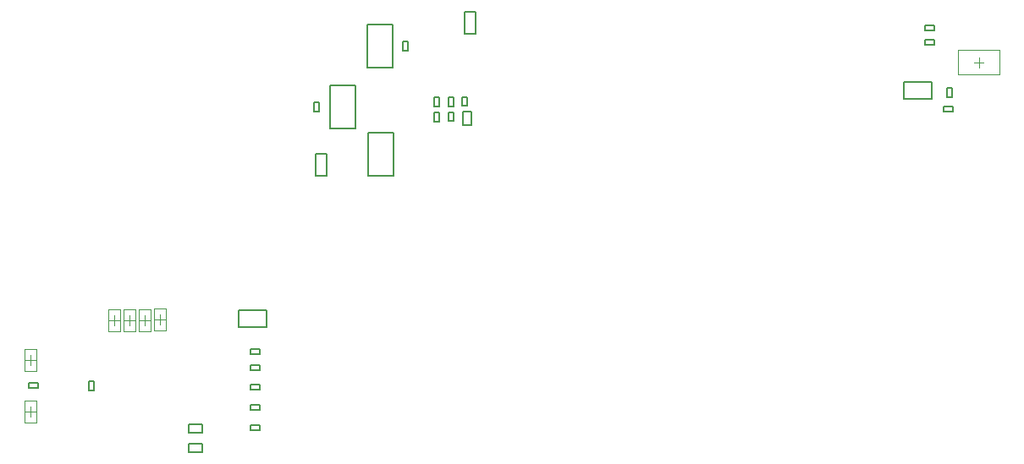
<source format=gbr>
%TF.GenerationSoftware,Altium Limited,Altium Designer,24.1.2 (44)*%
G04 Layer_Color=16711935*
%FSLAX45Y45*%
%MOMM*%
%TF.SameCoordinates,57B3B6A3-E825-4013-9261-08072AB09D51*%
%TF.FilePolarity,Positive*%
%TF.FileFunction,Other,Bottom_Courtyard*%
%TF.Part,Single*%
G01*
G75*
%TA.AperFunction,NonConductor*%
%ADD64C,0.20000*%
%ADD88C,0.10000*%
%ADD91C,0.05000*%
D64*
X8419290Y7618096D02*
Y8048716D01*
Y7618096D02*
X8674910D01*
Y8048716D01*
X8419290D02*
X8674910D01*
X8774600Y7789650D02*
Y7882150D01*
Y7789650D02*
X8827600D01*
Y7882150D01*
X8774600D02*
X8827600D01*
X8306610Y7010990D02*
Y7441610D01*
X8050990D02*
X8306610D01*
X8050990Y7010990D02*
Y7441610D01*
Y7010990D02*
X8306610D01*
X7938600Y7180050D02*
Y7272550D01*
X7885600D02*
X7938600D01*
X7885600Y7180050D02*
Y7272550D01*
Y7180050D02*
X7938600D01*
X8017900Y6536100D02*
Y6756100D01*
X7907900D02*
X8017900D01*
X7907900Y6536100D02*
Y6756100D01*
Y6536100D02*
X8017900D01*
X8687610Y6530884D02*
Y6961504D01*
X8431990D02*
X8687610D01*
X8431990Y6530884D02*
Y6961504D01*
Y6530884D02*
X8687610D01*
X9380900Y7040100D02*
Y7180100D01*
Y7040100D02*
X9465900D01*
Y7180100D01*
X9380900D02*
X9465900D01*
X9424500Y7232500D02*
Y7325000D01*
X9371500D02*
X9424500D01*
X9371500Y7232500D02*
Y7325000D01*
Y7232500D02*
X9424500D01*
X9284800Y7230850D02*
Y7323350D01*
X9231800D02*
X9284800D01*
X9231800Y7230850D02*
Y7323350D01*
Y7230850D02*
X9284800D01*
X9145100D02*
Y7323350D01*
X9092100D02*
X9145100D01*
X9092100Y7230850D02*
Y7323350D01*
Y7230850D02*
X9145100D01*
X9092100Y7076800D02*
Y7169300D01*
Y7076800D02*
X9145100D01*
Y7169300D01*
X9092100D02*
X9145100D01*
X9231800Y7080100D02*
Y7172600D01*
Y7080100D02*
X9284800D01*
Y7172600D01*
X9231800D02*
X9284800D01*
X9393800Y7954500D02*
Y8174500D01*
Y7954500D02*
X9503800D01*
Y8174500D01*
X9393800D02*
X9503800D01*
X7137100Y5190400D02*
X7417100D01*
X7137100Y5020400D02*
Y5190400D01*
Y5020400D02*
X7417100D01*
Y5190400D01*
X7256250Y4039700D02*
X7348750D01*
X7256250Y3986700D02*
Y4039700D01*
Y3986700D02*
X7348750D01*
Y4039700D01*
X7254600Y4446100D02*
X7347100D01*
X7254600Y4393100D02*
Y4446100D01*
Y4393100D02*
X7347100D01*
Y4446100D01*
X7254600Y4636600D02*
X7347100D01*
X7254600Y4583600D02*
Y4636600D01*
Y4583600D02*
X7347100D01*
Y4636600D01*
X7254600Y4801700D02*
X7347100D01*
X7254600Y4748700D02*
Y4801700D01*
Y4748700D02*
X7347100D01*
Y4801700D01*
X7254600Y4242900D02*
X7347100D01*
X7254600Y4189900D02*
Y4242900D01*
Y4189900D02*
X7347100D01*
Y4242900D01*
X6633700Y3852500D02*
X6773700D01*
X6633700Y3767500D02*
Y3852500D01*
Y3767500D02*
X6773700D01*
Y3852500D01*
X6633700Y4043000D02*
X6773700D01*
X6633700Y3958000D02*
Y4043000D01*
Y3958000D02*
X6773700D01*
Y4043000D01*
X5033750Y4405800D02*
X5126250D01*
Y4458800D01*
X5033750D02*
X5126250D01*
X5033750Y4405800D02*
Y4458800D01*
X5637700Y4386050D02*
Y4478550D01*
Y4386050D02*
X5690700D01*
Y4478550D01*
X5637700D02*
X5690700D01*
X13793100Y7306400D02*
Y7476400D01*
X14073100D01*
Y7306400D02*
Y7476400D01*
X13793100Y7306400D02*
X14073100D01*
X14094099Y7987200D02*
Y8040200D01*
X14001601Y7987200D02*
X14094099D01*
X14001601D02*
Y8040200D01*
X14094099D01*
Y7847500D02*
Y7900500D01*
X14001601Y7847500D02*
X14094099D01*
X14001601D02*
Y7900500D01*
X14094099D01*
X14192101Y7174400D02*
Y7227400D01*
X14284599D01*
Y7174400D02*
Y7227400D01*
X14192101Y7174400D02*
X14284599D01*
X14222900Y7318100D02*
X14275900D01*
X14222900D02*
Y7410600D01*
X14275900D01*
Y7318100D02*
Y7410600D01*
D88*
X6300000Y5092700D02*
X6400000D01*
X6350000Y5042700D02*
Y5142700D01*
X6147600Y5089200D02*
X6247600D01*
X6197600Y5039200D02*
Y5139200D01*
X5995200Y5089200D02*
X6095200D01*
X6045200Y5039200D02*
Y5139200D01*
X5842800Y5089200D02*
X5942800D01*
X5892800Y5039200D02*
Y5139200D01*
X5004600Y4686300D02*
X5104600D01*
X5054600Y4636300D02*
Y4736300D01*
X5004600Y4174800D02*
X5104600D01*
X5054600Y4124800D02*
Y4224800D01*
X14539900Y7620800D02*
Y7720800D01*
X14489900Y7670800D02*
X14589900D01*
D91*
X6290000Y4982700D02*
Y5202700D01*
X6410000Y4982700D02*
Y5202700D01*
X6290000D02*
X6410000D01*
X6290000Y4982700D02*
X6410000D01*
X6137600Y4979200D02*
Y5199200D01*
X6257600Y4979200D02*
Y5199200D01*
X6137600D02*
X6257600D01*
X6137600Y4979200D02*
X6257600D01*
X5985200D02*
Y5199200D01*
X6105200Y4979200D02*
Y5199200D01*
X5985200D02*
X6105200D01*
X5985200Y4979200D02*
X6105200D01*
X5832800D02*
Y5199200D01*
X5952800Y4979200D02*
Y5199200D01*
X5832800D02*
X5952800D01*
X5832800Y4979200D02*
X5952800D01*
X4994600Y4576300D02*
Y4796300D01*
X5114600Y4576300D02*
Y4796300D01*
X4994600D02*
X5114600D01*
X4994600Y4576300D02*
X5114600D01*
X5114600Y4064800D02*
Y4284800D01*
X4994600Y4064800D02*
Y4284800D01*
Y4064800D02*
X5114600D01*
X4994600Y4284800D02*
X5114600D01*
X14329900Y7545800D02*
X14749899D01*
X14329900Y7795800D02*
X14749899D01*
X14329900Y7545800D02*
Y7795800D01*
X14749899Y7545800D02*
Y7795800D01*
%TF.MD5,b02d05d6341c2a0d2e339cfa4bd06959*%
M02*

</source>
